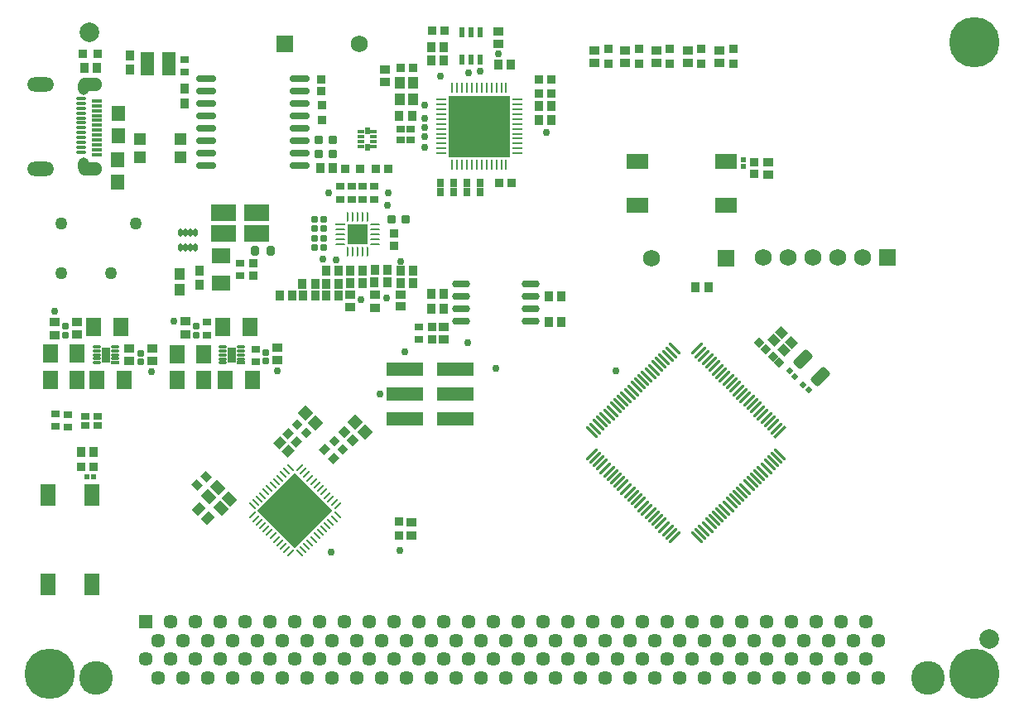
<source format=gts>
G04*
G04 #@! TF.GenerationSoftware,Altium Limited,Altium Designer,23.5.1 (21)*
G04*
G04 Layer_Color=8388736*
%FSLAX43Y43*%
%MOMM*%
G71*
G04*
G04 #@! TF.SameCoordinates,091AA0F9-E177-443C-B5AA-68A9A74CA1F2*
G04*
G04*
G04 #@! TF.FilePolarity,Negative*
G04*
G01*
G75*
%ADD32R,0.807X0.858*%
%ADD36R,0.600X1.100*%
%ADD38R,1.044X0.242*%
G04:AMPARAMS|DCode=39|XSize=1.044mm|YSize=0.242mm|CornerRadius=0.121mm|HoleSize=0mm|Usage=FLASHONLY|Rotation=0.000|XOffset=0mm|YOffset=0mm|HoleType=Round|Shape=RoundedRectangle|*
%AMROUNDEDRECTD39*
21,1,1.044,0.000,0,0,0.0*
21,1,0.801,0.242,0,0,0.0*
1,1,0.242,0.401,0.000*
1,1,0.242,-0.401,0.000*
1,1,0.242,-0.401,0.000*
1,1,0.242,0.401,0.000*
%
%ADD39ROUNDEDRECTD39*%
G04:AMPARAMS|DCode=40|XSize=0.242mm|YSize=1.044mm|CornerRadius=0.121mm|HoleSize=0mm|Usage=FLASHONLY|Rotation=0.000|XOffset=0mm|YOffset=0mm|HoleType=Round|Shape=RoundedRectangle|*
%AMROUNDEDRECTD40*
21,1,0.242,0.801,0,0,0.0*
21,1,0.000,1.044,0,0,0.0*
1,1,0.242,0.000,-0.401*
1,1,0.242,0.000,-0.401*
1,1,0.242,0.000,0.401*
1,1,0.242,0.000,0.401*
%
%ADD40ROUNDEDRECTD40*%
%ADD47R,0.858X0.807*%
%ADD49R,0.812X0.758*%
%ADD50R,0.958X0.912*%
%ADD54R,2.606X1.703*%
%ADD55R,1.004X0.239*%
G04:AMPARAMS|DCode=56|XSize=1.004mm|YSize=0.239mm|CornerRadius=0.12mm|HoleSize=0mm|Usage=FLASHONLY|Rotation=0.000|XOffset=0mm|YOffset=0mm|HoleType=Round|Shape=RoundedRectangle|*
%AMROUNDEDRECTD56*
21,1,1.004,0.000,0,0,0.0*
21,1,0.765,0.239,0,0,0.0*
1,1,0.239,0.382,0.000*
1,1,0.239,-0.382,0.000*
1,1,0.239,-0.382,0.000*
1,1,0.239,0.382,0.000*
%
%ADD56ROUNDEDRECTD56*%
G04:AMPARAMS|DCode=57|XSize=0.239mm|YSize=1.004mm|CornerRadius=0.12mm|HoleSize=0mm|Usage=FLASHONLY|Rotation=0.000|XOffset=0mm|YOffset=0mm|HoleType=Round|Shape=RoundedRectangle|*
%AMROUNDEDRECTD57*
21,1,0.239,0.765,0,0,0.0*
21,1,0.000,1.004,0,0,0.0*
1,1,0.239,0.000,-0.382*
1,1,0.239,0.000,-0.382*
1,1,0.239,0.000,0.382*
1,1,0.239,0.000,0.382*
%
%ADD57ROUNDEDRECTD57*%
%ADD58R,0.912X0.958*%
G04:AMPARAMS|DCode=60|XSize=0.252mm|YSize=1.655mm|CornerRadius=0.126mm|HoleSize=0mm|Usage=FLASHONLY|Rotation=225.000|XOffset=0mm|YOffset=0mm|HoleType=Round|Shape=RoundedRectangle|*
%AMROUNDEDRECTD60*
21,1,0.252,1.403,0,0,225.0*
21,1,0.000,1.655,0,0,225.0*
1,1,0.252,-0.496,0.496*
1,1,0.252,-0.496,0.496*
1,1,0.252,0.496,-0.496*
1,1,0.252,0.496,-0.496*
%
%ADD60ROUNDEDRECTD60*%
G04:AMPARAMS|DCode=61|XSize=1.655mm|YSize=0.252mm|CornerRadius=0mm|HoleSize=0mm|Usage=FLASHONLY|Rotation=225.000|XOffset=0mm|YOffset=0mm|HoleType=Round|Shape=Rectangle|*
%AMROTATEDRECTD61*
4,1,4,0.496,0.674,0.674,0.496,-0.496,-0.674,-0.674,-0.496,0.496,0.674,0.0*
%
%ADD61ROTATEDRECTD61*%

G04:AMPARAMS|DCode=62|XSize=1.655mm|YSize=0.252mm|CornerRadius=0.126mm|HoleSize=0mm|Usage=FLASHONLY|Rotation=225.000|XOffset=0mm|YOffset=0mm|HoleType=Round|Shape=RoundedRectangle|*
%AMROUNDEDRECTD62*
21,1,1.655,0.000,0,0,225.0*
21,1,1.403,0.252,0,0,225.0*
1,1,0.252,-0.496,-0.496*
1,1,0.252,0.496,0.496*
1,1,0.252,0.496,0.496*
1,1,0.252,-0.496,-0.496*
%
%ADD62ROUNDEDRECTD62*%
G04:AMPARAMS|DCode=65|XSize=0.905mm|YSize=0.906mm|CornerRadius=0mm|HoleSize=0mm|Usage=FLASHONLY|Rotation=135.000|XOffset=0mm|YOffset=0mm|HoleType=Round|Shape=Rectangle|*
%AMROTATEDRECTD65*
4,1,4,0.640,0.000,-0.000,-0.640,-0.640,-0.000,0.000,0.640,0.640,0.000,0.0*
%
%ADD65ROTATEDRECTD65*%

G04:AMPARAMS|DCode=66|XSize=0.758mm|YSize=0.812mm|CornerRadius=0mm|HoleSize=0mm|Usage=FLASHONLY|Rotation=135.000|XOffset=0mm|YOffset=0mm|HoleType=Round|Shape=Rectangle|*
%AMROTATEDRECTD66*
4,1,4,0.555,0.019,-0.019,-0.555,-0.555,-0.019,0.019,0.555,0.555,0.019,0.0*
%
%ADD66ROTATEDRECTD66*%

G04:AMPARAMS|DCode=67|XSize=0.807mm|YSize=0.858mm|CornerRadius=0mm|HoleSize=0mm|Usage=FLASHONLY|Rotation=135.000|XOffset=0mm|YOffset=0mm|HoleType=Round|Shape=Rectangle|*
%AMROTATEDRECTD67*
4,1,4,0.589,0.018,-0.018,-0.589,-0.589,-0.018,0.018,0.589,0.589,0.018,0.0*
%
%ADD67ROTATEDRECTD67*%

G04:AMPARAMS|DCode=70|XSize=0.192mm|YSize=0.908mm|CornerRadius=0.096mm|HoleSize=0mm|Usage=FLASHONLY|Rotation=135.000|XOffset=0mm|YOffset=0mm|HoleType=Round|Shape=RoundedRectangle|*
%AMROUNDEDRECTD70*
21,1,0.192,0.715,0,0,135.0*
21,1,0.000,0.908,0,0,135.0*
1,1,0.192,0.253,0.253*
1,1,0.192,0.253,0.253*
1,1,0.192,-0.253,-0.253*
1,1,0.192,-0.253,-0.253*
%
%ADD70ROUNDEDRECTD70*%
G04:AMPARAMS|DCode=71|XSize=0.908mm|YSize=0.192mm|CornerRadius=0.096mm|HoleSize=0mm|Usage=FLASHONLY|Rotation=135.000|XOffset=0mm|YOffset=0mm|HoleType=Round|Shape=RoundedRectangle|*
%AMROUNDEDRECTD71*
21,1,0.908,0.000,0,0,135.0*
21,1,0.715,0.192,0,0,135.0*
1,1,0.192,-0.253,0.253*
1,1,0.192,0.253,-0.253*
1,1,0.192,0.253,-0.253*
1,1,0.192,-0.253,0.253*
%
%ADD71ROUNDEDRECTD71*%
G04:AMPARAMS|DCode=72|XSize=0.908mm|YSize=0.192mm|CornerRadius=0mm|HoleSize=0mm|Usage=FLASHONLY|Rotation=135.000|XOffset=0mm|YOffset=0mm|HoleType=Round|Shape=Rectangle|*
%AMROTATEDRECTD72*
4,1,4,0.389,-0.253,0.253,-0.389,-0.389,0.253,-0.253,0.389,0.389,-0.253,0.0*
%
%ADD72ROTATEDRECTD72*%

G04:AMPARAMS|DCode=74|XSize=0.807mm|YSize=0.858mm|CornerRadius=0mm|HoleSize=0mm|Usage=FLASHONLY|Rotation=45.000|XOffset=0mm|YOffset=0mm|HoleType=Round|Shape=Rectangle|*
%AMROTATEDRECTD74*
4,1,4,0.018,-0.589,-0.589,0.018,-0.018,0.589,0.589,-0.018,0.018,-0.589,0.0*
%
%ADD74ROTATEDRECTD74*%

%ADD81R,0.958X1.007*%
%ADD82R,1.058X1.206*%
%ADD90P,0.735X4X180.0*%
%ADD98R,0.950X0.350*%
%ADD99O,0.950X0.350*%
%ADD100R,0.840X1.650*%
%ADD101R,0.500X0.780*%
%ADD102R,0.680X0.450*%
%ADD103R,0.680X0.400*%
%ADD104R,1.050X1.250*%
%ADD105R,6.250X6.250*%
%ADD106C,0.750*%
%ADD107R,0.950X1.100*%
%ADD108R,1.100X0.950*%
%ADD109R,0.850X0.800*%
%ADD110R,0.950X0.750*%
%ADD111R,1.000X0.850*%
G04:AMPARAMS|DCode=112|XSize=0.91mm|YSize=0.81mm|CornerRadius=0.158mm|HoleSize=0mm|Usage=FLASHONLY|Rotation=90.000|XOffset=0mm|YOffset=0mm|HoleType=Round|Shape=RoundedRectangle|*
%AMROUNDEDRECTD112*
21,1,0.910,0.495,0,0,90.0*
21,1,0.595,0.810,0,0,90.0*
1,1,0.315,0.248,0.297*
1,1,0.315,0.248,-0.297*
1,1,0.315,-0.248,-0.297*
1,1,0.315,-0.248,0.297*
%
%ADD112ROUNDEDRECTD112*%
%ADD113R,1.000X0.900*%
G04:AMPARAMS|DCode=114|XSize=0.7mm|YSize=0.65mm|CornerRadius=0.138mm|HoleSize=0mm|Usage=FLASHONLY|Rotation=0.000|XOffset=0mm|YOffset=0mm|HoleType=Round|Shape=RoundedRectangle|*
%AMROUNDEDRECTD114*
21,1,0.700,0.375,0,0,0.0*
21,1,0.425,0.650,0,0,0.0*
1,1,0.275,0.213,-0.188*
1,1,0.275,-0.213,-0.188*
1,1,0.275,-0.213,0.188*
1,1,0.275,0.213,0.188*
%
%ADD114ROUNDEDRECTD114*%
%ADD115R,1.500X1.950*%
%ADD116R,0.900X1.000*%
%ADD117R,2.032X2.032*%
%ADD118O,1.850X0.750*%
%ADD119R,3.710X1.420*%
%ADD120P,1.556X4X270.0*%
G04:AMPARAMS|DCode=121|XSize=1mm|YSize=0.9mm|CornerRadius=0mm|HoleSize=0mm|Usage=FLASHONLY|Rotation=45.000|XOffset=0mm|YOffset=0mm|HoleType=Round|Shape=Rectangle|*
%AMROTATEDRECTD121*
4,1,4,-0.035,-0.672,-0.672,-0.035,0.035,0.672,0.672,0.035,-0.035,-0.672,0.0*
%
%ADD121ROTATEDRECTD121*%

%ADD122R,0.950X0.950*%
%ADD123P,7.778X4X180.0*%
G04:AMPARAMS|DCode=124|XSize=1.25mm|YSize=1.05mm|CornerRadius=0mm|HoleSize=0mm|Usage=FLASHONLY|Rotation=315.000|XOffset=0mm|YOffset=0mm|HoleType=Round|Shape=Rectangle|*
%AMROTATEDRECTD124*
4,1,4,-0.813,0.071,-0.071,0.813,0.813,-0.071,0.071,-0.813,-0.813,0.071,0.0*
%
%ADD124ROTATEDRECTD124*%

G04:AMPARAMS|DCode=125|XSize=1.1mm|YSize=0.95mm|CornerRadius=0mm|HoleSize=0mm|Usage=FLASHONLY|Rotation=225.000|XOffset=0mm|YOffset=0mm|HoleType=Round|Shape=Rectangle|*
%AMROTATEDRECTD125*
4,1,4,0.053,0.725,0.725,0.053,-0.053,-0.725,-0.725,-0.053,0.053,0.725,0.0*
%
%ADD125ROTATEDRECTD125*%

%ADD126R,0.600X0.550*%
%ADD127R,1.550X2.250*%
G04:AMPARAMS|DCode=128|XSize=0.7mm|YSize=0.65mm|CornerRadius=0.138mm|HoleSize=0mm|Usage=FLASHONLY|Rotation=270.000|XOffset=0mm|YOffset=0mm|HoleType=Round|Shape=RoundedRectangle|*
%AMROUNDEDRECTD128*
21,1,0.700,0.375,0,0,270.0*
21,1,0.425,0.650,0,0,270.0*
1,1,0.275,-0.188,-0.213*
1,1,0.275,-0.188,0.213*
1,1,0.275,0.188,0.213*
1,1,0.275,0.188,-0.213*
%
%ADD128ROUNDEDRECTD128*%
G04:AMPARAMS|DCode=129|XSize=0.95mm|YSize=0.9mm|CornerRadius=0.169mm|HoleSize=0mm|Usage=FLASHONLY|Rotation=90.000|XOffset=0mm|YOffset=0mm|HoleType=Round|Shape=RoundedRectangle|*
%AMROUNDEDRECTD129*
21,1,0.950,0.563,0,0,90.0*
21,1,0.613,0.900,0,0,90.0*
1,1,0.338,0.281,0.306*
1,1,0.338,0.281,-0.306*
1,1,0.338,-0.281,-0.306*
1,1,0.338,-0.281,0.306*
%
%ADD129ROUNDEDRECTD129*%
%ADD130R,1.950X1.500*%
G04:AMPARAMS|DCode=131|XSize=0.82mm|YSize=0.45mm|CornerRadius=0.15mm|HoleSize=0mm|Usage=FLASHONLY|Rotation=270.000|XOffset=0mm|YOffset=0mm|HoleType=Round|Shape=RoundedRectangle|*
%AMROUNDEDRECTD131*
21,1,0.820,0.150,0,0,270.0*
21,1,0.520,0.450,0,0,270.0*
1,1,0.300,-0.075,-0.260*
1,1,0.300,-0.075,0.260*
1,1,0.300,0.075,0.260*
1,1,0.300,0.075,-0.260*
%
%ADD131ROUNDEDRECTD131*%
%ADD132R,1.450X1.550*%
%ADD133R,1.380X2.370*%
%ADD134O,2.050X0.750*%
%ADD135R,0.950X0.950*%
%ADD136C,2.000*%
%ADD137R,1.250X1.150*%
%ADD138R,0.800X0.850*%
G04:AMPARAMS|DCode=139|XSize=1.15mm|YSize=1.95mm|CornerRadius=0.175mm|HoleSize=0mm|Usage=FLASHONLY|Rotation=135.000|XOffset=0mm|YOffset=0mm|HoleType=Round|Shape=RoundedRectangle|*
%AMROUNDEDRECTD139*
21,1,1.150,1.600,0,0,135.0*
21,1,0.800,1.950,0,0,135.0*
1,1,0.350,0.283,0.849*
1,1,0.350,0.849,0.283*
1,1,0.350,-0.283,-0.849*
1,1,0.350,-0.849,-0.283*
%
%ADD139ROUNDEDRECTD139*%
G04:AMPARAMS|DCode=140|XSize=0.77mm|YSize=0.81mm|CornerRadius=0mm|HoleSize=0mm|Usage=FLASHONLY|Rotation=225.000|XOffset=0mm|YOffset=0mm|HoleType=Round|Shape=Rectangle|*
%AMROTATEDRECTD140*
4,1,4,-0.014,0.559,0.559,-0.014,0.014,-0.559,-0.559,0.014,-0.014,0.559,0.0*
%
%ADD140ROTATEDRECTD140*%

G04:AMPARAMS|DCode=141|XSize=0.95mm|YSize=1.05mm|CornerRadius=0.155mm|HoleSize=0mm|Usage=FLASHONLY|Rotation=225.000|XOffset=0mm|YOffset=0mm|HoleType=Round|Shape=RoundedRectangle|*
%AMROUNDEDRECTD141*
21,1,0.950,0.740,0,0,225.0*
21,1,0.640,1.050,0,0,225.0*
1,1,0.310,-0.488,0.035*
1,1,0.310,-0.035,0.488*
1,1,0.310,0.488,-0.035*
1,1,0.310,0.035,-0.488*
%
%ADD141ROUNDEDRECTD141*%
%ADD142R,0.550X0.600*%
%ADD143R,2.250X1.550*%
G04:AMPARAMS|DCode=144|XSize=0.42mm|YSize=1.05mm|CornerRadius=0.109mm|HoleSize=0mm|Usage=FLASHONLY|Rotation=270.000|XOffset=0mm|YOffset=0mm|HoleType=Round|Shape=RoundedRectangle|*
%AMROUNDEDRECTD144*
21,1,0.420,0.832,0,0,270.0*
21,1,0.203,1.050,0,0,270.0*
1,1,0.217,-0.416,-0.101*
1,1,0.217,-0.416,0.101*
1,1,0.217,0.416,0.101*
1,1,0.217,0.416,-0.101*
%
%ADD144ROUNDEDRECTD144*%
G04:AMPARAMS|DCode=145|XSize=0.42mm|YSize=0.95mm|CornerRadius=0.109mm|HoleSize=0mm|Usage=FLASHONLY|Rotation=270.000|XOffset=0mm|YOffset=0mm|HoleType=Round|Shape=RoundedRectangle|*
%AMROUNDEDRECTD145*
21,1,0.420,0.733,0,0,270.0*
21,1,0.203,0.950,0,0,270.0*
1,1,0.217,-0.366,-0.101*
1,1,0.217,-0.366,0.101*
1,1,0.217,0.366,0.101*
1,1,0.217,0.366,-0.101*
%
%ADD145ROUNDEDRECTD145*%
%ADD146C,5.150*%
%ADD147C,3.450*%
%ADD148C,1.450*%
%ADD149R,1.450X1.450*%
%ADD150C,1.270*%
%ADD151C,0.150*%
%ADD152C,1.730*%
%ADD153R,1.730X1.730*%
%ADD154C,1.750*%
%ADD155R,1.750X1.750*%
%ADD156O,2.450X1.350*%
%ADD157O,1.150X1.650*%
%ADD158O,2.750X1.450*%
D32*
X36074Y54375D02*
D03*
X37326D02*
D03*
X43076Y68525D02*
D03*
X41824D02*
D03*
X39851Y64703D02*
D03*
X38599D02*
D03*
X5924Y23900D02*
D03*
X7176D02*
D03*
X48674Y52875D02*
D03*
X49926D02*
D03*
X52774Y63454D02*
D03*
X54026D02*
D03*
X52774Y62054D02*
D03*
X54026D02*
D03*
D36*
X44850Y65525D02*
D03*
X45800D02*
D03*
X46750D02*
D03*
X46750Y68325D02*
D03*
X45800Y68325D02*
D03*
X44850Y68325D02*
D03*
D38*
X42737Y61440D02*
D03*
D39*
Y60940D02*
D03*
Y60440D02*
D03*
Y59940D02*
D03*
Y59440D02*
D03*
Y58940D02*
D03*
Y58440D02*
D03*
Y57940D02*
D03*
Y57440D02*
D03*
Y56940D02*
D03*
Y56440D02*
D03*
Y55940D02*
D03*
X50564D02*
D03*
Y56440D02*
D03*
Y56940D02*
D03*
Y57440D02*
D03*
Y57940D02*
D03*
Y58440D02*
D03*
Y58940D02*
D03*
Y59440D02*
D03*
Y59940D02*
D03*
Y60440D02*
D03*
Y60940D02*
D03*
Y61440D02*
D03*
D40*
X43900Y54777D02*
D03*
X44400D02*
D03*
X44900D02*
D03*
X45400D02*
D03*
X45900D02*
D03*
X46400D02*
D03*
X46900D02*
D03*
X47400D02*
D03*
X47900D02*
D03*
X48400D02*
D03*
X48900D02*
D03*
X49400D02*
D03*
Y62604D02*
D03*
X48900D02*
D03*
X48400D02*
D03*
X47900D02*
D03*
X47400D02*
D03*
X46900D02*
D03*
X46400D02*
D03*
X45900D02*
D03*
X45400D02*
D03*
X44900D02*
D03*
X44400D02*
D03*
X43900D02*
D03*
D47*
X41791Y36887D02*
D03*
Y38139D02*
D03*
X37950Y46448D02*
D03*
X37950Y47700D02*
D03*
X30500Y62275D02*
D03*
Y63527D02*
D03*
X23525Y43399D02*
D03*
Y44651D02*
D03*
X74746Y53805D02*
D03*
Y55057D02*
D03*
D49*
X40465Y38140D02*
D03*
X40465Y36886D02*
D03*
X3300Y28023D02*
D03*
Y29277D02*
D03*
X22150Y43398D02*
D03*
Y44652D02*
D03*
X16500Y64273D02*
D03*
Y65527D02*
D03*
D50*
X34432Y54378D02*
D03*
X32978D02*
D03*
D54*
X23850Y49851D02*
D03*
X23850Y47749D02*
D03*
X20505Y49843D02*
D03*
Y47742D02*
D03*
D55*
X32448Y48675D02*
D03*
D56*
Y48175D02*
D03*
X32448Y47675D02*
D03*
X32448Y47175D02*
D03*
X32448Y46675D02*
D03*
X36002D02*
D03*
Y47175D02*
D03*
Y47675D02*
D03*
X36002Y48175D02*
D03*
Y48675D02*
D03*
D57*
X33225Y45898D02*
D03*
X33725D02*
D03*
X34225D02*
D03*
X34725D02*
D03*
X35225D02*
D03*
Y49452D02*
D03*
X34725D02*
D03*
X34225Y49452D02*
D03*
X33725D02*
D03*
X33225Y49452D02*
D03*
D58*
X30527Y59379D02*
D03*
Y60833D02*
D03*
D60*
X76701Y24440D02*
D03*
X75994Y23733D02*
D03*
X75287Y23025D02*
D03*
X74933Y22672D02*
D03*
X74579Y22318D02*
D03*
X71751Y19490D02*
D03*
X72105Y19843D02*
D03*
X72458Y20197D02*
D03*
X72812Y20551D02*
D03*
X73165Y20904D02*
D03*
X73519Y21258D02*
D03*
X74226Y21965D02*
D03*
X76347Y24086D02*
D03*
X69630Y17369D02*
D03*
X69983Y17722D02*
D03*
X70337Y18076D02*
D03*
X70690Y18429D02*
D03*
X71044Y18783D02*
D03*
X71397Y19136D02*
D03*
X66624Y35931D02*
D03*
X66270Y35577D02*
D03*
X65917Y35224D02*
D03*
X65563Y34870D02*
D03*
X65210Y34517D02*
D03*
X64856Y34163D02*
D03*
X64503Y33809D02*
D03*
X64149Y33456D02*
D03*
X63795Y33102D02*
D03*
X63442Y32749D02*
D03*
X63088Y32395D02*
D03*
X62735Y32042D02*
D03*
X62381Y31688D02*
D03*
X62028Y31335D02*
D03*
X61674Y30981D02*
D03*
X61321Y30627D02*
D03*
X60967Y30274D02*
D03*
X60613Y29920D02*
D03*
X60260Y29567D02*
D03*
X59906Y29213D02*
D03*
X59553Y28860D02*
D03*
X59199Y28506D02*
D03*
X58846Y28153D02*
D03*
X58492Y27799D02*
D03*
X58139Y27446D02*
D03*
X68923Y16661D02*
D03*
X69276Y17015D02*
D03*
X73872Y21611D02*
D03*
X75640Y23379D02*
D03*
X77054Y24793D02*
D03*
X77408Y25147D02*
D03*
D61*
X77408Y27446D02*
D03*
D62*
X77054Y27799D02*
D03*
X76701Y28153D02*
D03*
X76347Y28506D02*
D03*
X75994Y28860D02*
D03*
X75640Y29213D02*
D03*
X75287Y29567D02*
D03*
X74933Y29920D02*
D03*
X74579Y30274D02*
D03*
X74226Y30628D02*
D03*
X73872Y30981D02*
D03*
X73519Y31335D02*
D03*
X73165Y31688D02*
D03*
X72812Y32042D02*
D03*
X72458Y32395D02*
D03*
X72105Y32749D02*
D03*
X71751Y33102D02*
D03*
X71397Y33456D02*
D03*
X71044Y33809D02*
D03*
X70690Y34163D02*
D03*
X70337Y34517D02*
D03*
X69983Y34870D02*
D03*
X69630Y35224D02*
D03*
X69276Y35577D02*
D03*
X68923Y35931D02*
D03*
X58139Y25147D02*
D03*
X58492Y24793D02*
D03*
X58846Y24440D02*
D03*
X59199Y24086D02*
D03*
X59553Y23733D02*
D03*
X59906Y23379D02*
D03*
X60260Y23025D02*
D03*
X60613Y22672D02*
D03*
X60967Y22318D02*
D03*
X61321Y21965D02*
D03*
X61674Y21611D02*
D03*
X62028Y21258D02*
D03*
X62381Y20904D02*
D03*
X62735Y20551D02*
D03*
X63088Y20197D02*
D03*
X63442Y19843D02*
D03*
X63795Y19490D02*
D03*
X64149Y19136D02*
D03*
X64503Y18783D02*
D03*
X64856Y18429D02*
D03*
X65210Y18076D02*
D03*
X65563Y17722D02*
D03*
X65917Y17369D02*
D03*
X66270Y17015D02*
D03*
X66624Y16661D02*
D03*
D65*
X32813Y27425D02*
D03*
X33662Y26575D02*
D03*
D66*
X31804Y26524D02*
D03*
X32691Y25637D02*
D03*
X28918Y27332D02*
D03*
X28032Y28218D02*
D03*
D67*
X30850Y25604D02*
D03*
X31735Y24719D02*
D03*
X27968Y26382D02*
D03*
X27082Y27268D02*
D03*
D70*
X27308Y15036D02*
D03*
X26955Y15390D02*
D03*
X26601Y15743D02*
D03*
X26248Y16097D02*
D03*
X25894Y16450D02*
D03*
X25540Y16804D02*
D03*
X25187Y17157D02*
D03*
X24833Y17511D02*
D03*
X24480Y17864D02*
D03*
X24126Y18218D02*
D03*
X23773Y18572D02*
D03*
X23419Y18925D02*
D03*
X28263Y23769D02*
D03*
X28617Y23416D02*
D03*
X28970Y23062D02*
D03*
X29324Y22708D02*
D03*
X29677Y22355D02*
D03*
X30031Y22001D02*
D03*
X30384Y21648D02*
D03*
X30738Y21294D02*
D03*
X31091Y20941D02*
D03*
X31445Y20587D02*
D03*
X31799Y20233D02*
D03*
X32152Y19880D02*
D03*
D71*
X23419Y19880D02*
D03*
X23773Y20233D02*
D03*
X24126Y20587D02*
D03*
X24480Y20941D02*
D03*
X24833Y21294D02*
D03*
X25187Y21648D02*
D03*
X25540Y22001D02*
D03*
X25894Y22355D02*
D03*
X26248Y22708D02*
D03*
X26601Y23062D02*
D03*
X26955Y23415D02*
D03*
X27308Y23769D02*
D03*
X32152Y18925D02*
D03*
X31799Y18572D02*
D03*
X31445Y18218D02*
D03*
X31091Y17864D02*
D03*
X30738Y17511D02*
D03*
X30384Y17157D02*
D03*
X30031Y16804D02*
D03*
X29677Y16450D02*
D03*
X29324Y16097D02*
D03*
X28970Y15743D02*
D03*
X28617Y15390D02*
D03*
D72*
X28263Y15036D02*
D03*
D74*
X18681Y22882D02*
D03*
X17796Y21996D02*
D03*
D81*
X18075Y42475D02*
D03*
Y43927D02*
D03*
X16500Y62526D02*
D03*
Y61074D02*
D03*
X10900Y65926D02*
D03*
Y64474D02*
D03*
D82*
X15975Y43627D02*
D03*
X15975Y41975D02*
D03*
D90*
X79776Y32284D02*
D03*
X80341Y31718D02*
D03*
X78927Y33132D02*
D03*
X78361Y33698D02*
D03*
D98*
X22296Y34500D02*
D03*
X9400Y34525D02*
D03*
D99*
X22296Y34900D02*
D03*
Y35300D02*
D03*
Y35700D02*
D03*
Y36100D02*
D03*
X20396Y34500D02*
D03*
Y34900D02*
D03*
Y35300D02*
D03*
Y35700D02*
D03*
Y36100D02*
D03*
X7500Y36125D02*
D03*
Y35725D02*
D03*
Y35325D02*
D03*
Y34925D02*
D03*
Y34525D02*
D03*
X9400Y36125D02*
D03*
Y35725D02*
D03*
Y35325D02*
D03*
Y34925D02*
D03*
D100*
X21346Y35300D02*
D03*
X8450Y35325D02*
D03*
D101*
X35200Y56535D02*
D03*
Y58215D02*
D03*
D102*
X34560Y56625D02*
D03*
Y58125D02*
D03*
X35840D02*
D03*
Y56625D02*
D03*
D103*
X34560Y57125D02*
D03*
Y57625D02*
D03*
X35840D02*
D03*
Y57125D02*
D03*
D104*
X39839Y63152D02*
D03*
Y61452D02*
D03*
X38539Y63152D02*
D03*
Y61452D02*
D03*
D105*
X46650Y58691D02*
D03*
D106*
X42650Y63850D02*
D03*
X41031Y58593D02*
D03*
X41035Y57609D02*
D03*
X41025Y59525D02*
D03*
X41050Y56550D02*
D03*
Y60850D02*
D03*
X3200Y39800D02*
D03*
X15375Y38725D02*
D03*
X32000Y45000D02*
D03*
X13150Y33575D02*
D03*
X38571Y44900D02*
D03*
X37200Y41100D02*
D03*
X34585Y40998D02*
D03*
X30651Y45151D02*
D03*
X37350Y51900D02*
D03*
X37225Y50625D02*
D03*
X31225Y51850D02*
D03*
X26000Y33675D02*
D03*
X45471Y36571D02*
D03*
X48350Y33900D02*
D03*
X39001Y35624D02*
D03*
X36475Y31325D02*
D03*
X38487Y15312D02*
D03*
X31475Y15125D02*
D03*
X45525Y64150D02*
D03*
X46750Y64361D02*
D03*
X48575Y66094D02*
D03*
X53475Y58050D02*
D03*
X60650Y33725D02*
D03*
D107*
X41724Y39995D02*
D03*
X43024D02*
D03*
X41724Y41546D02*
D03*
X43024Y41546D02*
D03*
X43050Y65403D02*
D03*
X41750D02*
D03*
X38464Y59797D02*
D03*
X39764D02*
D03*
X30975Y42600D02*
D03*
X32275D02*
D03*
X39871Y42698D02*
D03*
X38571Y42698D02*
D03*
X35939Y42743D02*
D03*
X37239D02*
D03*
X33450Y42673D02*
D03*
X34750D02*
D03*
X32275Y43950D02*
D03*
X30975Y43950D02*
D03*
X29871Y42586D02*
D03*
X28571Y42586D02*
D03*
X30381Y54393D02*
D03*
X31681D02*
D03*
X55056Y41270D02*
D03*
X53756Y41270D02*
D03*
X55056Y38724D02*
D03*
X53756D02*
D03*
X5900Y25350D02*
D03*
X7200D02*
D03*
X7525Y64700D02*
D03*
X6225D02*
D03*
X41750Y66800D02*
D03*
X43050D02*
D03*
X48600Y64975D02*
D03*
X49900D02*
D03*
X54026Y59304D02*
D03*
X52726D02*
D03*
X70075Y42250D02*
D03*
X68775D02*
D03*
D108*
X37014Y63213D02*
D03*
Y64513D02*
D03*
X5465Y38675D02*
D03*
Y37375D02*
D03*
X16600Y38750D02*
D03*
X16600Y37450D02*
D03*
X10850Y35975D02*
D03*
Y34675D02*
D03*
X13250Y34675D02*
D03*
Y35975D02*
D03*
X26000Y34750D02*
D03*
Y36050D02*
D03*
X35975Y41450D02*
D03*
X35975Y40150D02*
D03*
X39675Y18175D02*
D03*
Y16875D02*
D03*
X3200Y38650D02*
D03*
Y37350D02*
D03*
X48575Y68400D02*
D03*
X48575Y67100D02*
D03*
X67997Y65188D02*
D03*
Y66488D02*
D03*
X64747Y65188D02*
D03*
Y66488D02*
D03*
X61596Y65188D02*
D03*
Y66488D02*
D03*
X58446D02*
D03*
Y65188D02*
D03*
X71248D02*
D03*
Y66488D02*
D03*
X76200Y53750D02*
D03*
Y55050D02*
D03*
D109*
X38639Y58447D02*
D03*
X39589D02*
D03*
X38650Y57300D02*
D03*
X39600D02*
D03*
D110*
X18821Y38643D02*
D03*
Y37343D02*
D03*
X23776Y34624D02*
D03*
Y35924D02*
D03*
X33575Y51225D02*
D03*
X33575Y52525D02*
D03*
X34725Y51225D02*
D03*
Y52525D02*
D03*
X35876Y51225D02*
D03*
Y52525D02*
D03*
X32425Y51225D02*
D03*
Y52525D02*
D03*
X7650Y28075D02*
D03*
X6350D02*
D03*
X7650Y29025D02*
D03*
X6350D02*
D03*
X4600Y27925D02*
D03*
Y29225D02*
D03*
D111*
X38575Y41500D02*
D03*
Y40250D02*
D03*
X33475Y41475D02*
D03*
Y40225D02*
D03*
D112*
X39100Y49200D02*
D03*
X37700D02*
D03*
X30254Y55895D02*
D03*
X31654D02*
D03*
X30254Y57295D02*
D03*
X31654D02*
D03*
D113*
X43041Y38138D02*
D03*
Y36888D02*
D03*
D114*
X4300Y38250D02*
D03*
Y37350D02*
D03*
X17700Y38250D02*
D03*
Y37350D02*
D03*
X12050Y34599D02*
D03*
Y35499D02*
D03*
X24826Y34674D02*
D03*
Y35574D02*
D03*
D115*
X9975Y38200D02*
D03*
X7225D02*
D03*
X18476Y35419D02*
D03*
X15726D02*
D03*
X10325Y32725D02*
D03*
X7575D02*
D03*
X18476Y32719D02*
D03*
X15726D02*
D03*
X23420D02*
D03*
X20671D02*
D03*
X23175Y38200D02*
D03*
X20425D02*
D03*
X2775Y32725D02*
D03*
X5525D02*
D03*
X2775Y35425D02*
D03*
X5525D02*
D03*
D116*
X31000Y41350D02*
D03*
X32250Y41350D02*
D03*
X38600Y43971D02*
D03*
X39850D02*
D03*
X35975Y43978D02*
D03*
X37225D02*
D03*
X33475Y43908D02*
D03*
X34725D02*
D03*
X28600Y41350D02*
D03*
X29850D02*
D03*
X26275Y41350D02*
D03*
X27525D02*
D03*
X52751Y60754D02*
D03*
X54001D02*
D03*
D117*
X34225Y47675D02*
D03*
D118*
X44824Y42550D02*
D03*
X44824Y41280D02*
D03*
Y40010D02*
D03*
Y38740D02*
D03*
X51924Y42550D02*
D03*
Y41280D02*
D03*
Y40010D02*
D03*
X51924Y38740D02*
D03*
D119*
X44205Y28760D02*
D03*
X38995D02*
D03*
X44205Y31300D02*
D03*
X38995Y31300D02*
D03*
X44205Y33840D02*
D03*
X38995D02*
D03*
D120*
X34963Y27387D02*
D03*
X33937Y28413D02*
D03*
X29888Y28337D02*
D03*
X28862Y29363D02*
D03*
D121*
X26208Y26342D02*
D03*
X27092Y25458D02*
D03*
D122*
X38475Y18300D02*
D03*
Y16800D02*
D03*
X66122Y65088D02*
D03*
Y66588D02*
D03*
X62971Y65088D02*
D03*
Y66588D02*
D03*
X59821Y65088D02*
D03*
Y66588D02*
D03*
X69372Y65088D02*
D03*
Y66588D02*
D03*
X72623Y65088D02*
D03*
Y66588D02*
D03*
D123*
X27786Y19403D02*
D03*
D124*
X19918Y21750D02*
D03*
X21120Y20547D02*
D03*
X18999Y20830D02*
D03*
X20201Y19628D02*
D03*
D125*
X18893Y18638D02*
D03*
X17974Y19558D02*
D03*
D126*
X6550Y22825D02*
D03*
X7200D02*
D03*
D127*
X2550Y11857D02*
D03*
X7050D02*
D03*
Y20957D02*
D03*
X2550D02*
D03*
D128*
X29800Y46324D02*
D03*
X30700D02*
D03*
X29800Y47275D02*
D03*
X30700Y47275D02*
D03*
X29800Y48225D02*
D03*
X30700D02*
D03*
X29803Y49175D02*
D03*
X30703D02*
D03*
D129*
X25275Y45950D02*
D03*
X23675D02*
D03*
D130*
X20275Y45450D02*
D03*
X20275Y42700D02*
D03*
D131*
X17625Y47800D02*
D03*
X17125D02*
D03*
X16625Y47800D02*
D03*
X16125D02*
D03*
X17625Y46320D02*
D03*
X17125Y46320D02*
D03*
X16625Y46320D02*
D03*
X16125D02*
D03*
D132*
X9700Y57725D02*
D03*
Y60025D02*
D03*
X9675Y55250D02*
D03*
Y52950D02*
D03*
D133*
X12715Y65100D02*
D03*
X14885D02*
D03*
D134*
X18750Y63545D02*
D03*
Y62275D02*
D03*
Y61005D02*
D03*
Y59735D02*
D03*
Y58465D02*
D03*
Y57195D02*
D03*
Y55925D02*
D03*
Y54655D02*
D03*
X28250Y63545D02*
D03*
Y62275D02*
D03*
Y61005D02*
D03*
Y59735D02*
D03*
Y58465D02*
D03*
Y57195D02*
D03*
Y55925D02*
D03*
Y54655D02*
D03*
D135*
X7625Y66104D02*
D03*
X6125D02*
D03*
D136*
X6775Y68300D02*
D03*
X98800Y6275D02*
D03*
D137*
X11975Y55525D02*
D03*
X16075D02*
D03*
Y57425D02*
D03*
X11975D02*
D03*
D138*
X46752Y52905D02*
D03*
Y51955D02*
D03*
X45400Y52905D02*
D03*
Y51955D02*
D03*
X44048Y52905D02*
D03*
Y51955D02*
D03*
X42696D02*
D03*
Y52905D02*
D03*
D139*
X79741Y34859D02*
D03*
X81509Y33091D02*
D03*
D140*
X76685Y35164D02*
D03*
X77307Y34541D02*
D03*
X75928Y35920D02*
D03*
X75306Y36543D02*
D03*
D141*
X78581Y36604D02*
D03*
X77591Y37594D02*
D03*
X76813Y36817D02*
D03*
X77803Y35827D02*
D03*
D142*
X73695Y54606D02*
D03*
Y55256D02*
D03*
D143*
X71900Y50625D02*
D03*
Y55125D02*
D03*
X62800D02*
D03*
Y50625D02*
D03*
D144*
X7550Y55800D02*
D03*
Y56300D02*
D03*
Y56800D02*
D03*
Y57300D02*
D03*
Y57800D02*
D03*
Y58300D02*
D03*
Y58800D02*
D03*
Y59300D02*
D03*
Y59800D02*
D03*
Y60300D02*
D03*
Y60800D02*
D03*
Y61300D02*
D03*
D145*
X5950Y61550D02*
D03*
Y61050D02*
D03*
Y60550D02*
D03*
Y60050D02*
D03*
Y59550D02*
D03*
Y59050D02*
D03*
Y58550D02*
D03*
Y58050D02*
D03*
Y57550D02*
D03*
Y57050D02*
D03*
Y56550D02*
D03*
Y56050D02*
D03*
D146*
X97300Y67300D02*
D03*
X2700Y2700D02*
D03*
X97300Y2700D02*
D03*
D147*
X92510Y2285D02*
D03*
X7420D02*
D03*
D148*
X87430D02*
D03*
X86160Y4190D02*
D03*
X84890Y2285D02*
D03*
X83620Y4190D02*
D03*
X82350Y2285D02*
D03*
X81080Y4190D02*
D03*
X79810Y2285D02*
D03*
X78540Y4190D02*
D03*
X77270Y2285D02*
D03*
X76000Y4190D02*
D03*
X74730Y2285D02*
D03*
X73460Y4190D02*
D03*
X72190Y2285D02*
D03*
X70920Y4190D02*
D03*
X69650Y2285D02*
D03*
X68380Y4190D02*
D03*
X67110Y2285D02*
D03*
X65840Y4190D02*
D03*
X64570Y2285D02*
D03*
X63300Y4190D02*
D03*
X62030Y2285D02*
D03*
X60760Y4190D02*
D03*
X59490Y2285D02*
D03*
X58220Y4190D02*
D03*
X56950Y2285D02*
D03*
X55680Y4190D02*
D03*
X54410Y2285D02*
D03*
X53140Y4190D02*
D03*
X51870Y2285D02*
D03*
X50600Y4190D02*
D03*
X49330Y2285D02*
D03*
X48060Y4190D02*
D03*
X46790Y2285D02*
D03*
X45520Y4190D02*
D03*
X44250Y2285D02*
D03*
X42980Y4190D02*
D03*
X41710Y2285D02*
D03*
X40440Y4190D02*
D03*
X39170Y2285D02*
D03*
X37900Y4190D02*
D03*
X36630Y2285D02*
D03*
X35360Y4190D02*
D03*
X34090Y2285D02*
D03*
X32820Y4190D02*
D03*
X31550Y2285D02*
D03*
X30280Y4190D02*
D03*
X27740D02*
D03*
X26470Y2285D02*
D03*
X25200Y4190D02*
D03*
X23930Y2285D02*
D03*
X22660Y4190D02*
D03*
X21390Y2285D02*
D03*
X20120Y4190D02*
D03*
X18850Y2285D02*
D03*
X17580Y4190D02*
D03*
X16310Y2285D02*
D03*
X15040Y4190D02*
D03*
X13770Y2285D02*
D03*
X12500Y4190D02*
D03*
X87430Y6095D02*
D03*
X86160Y8000D02*
D03*
X84890Y6095D02*
D03*
X83620Y8000D02*
D03*
X82350Y6095D02*
D03*
X81080Y8000D02*
D03*
X79810Y6095D02*
D03*
X78540Y8000D02*
D03*
X77270Y6095D02*
D03*
X76000Y8000D02*
D03*
X74730Y6095D02*
D03*
X73460Y8000D02*
D03*
X72190Y6095D02*
D03*
X70920Y8000D02*
D03*
X69650Y6095D02*
D03*
X68380Y8000D02*
D03*
X67110Y6095D02*
D03*
X65840Y8000D02*
D03*
X64570Y6095D02*
D03*
X63300Y8000D02*
D03*
X62030Y6095D02*
D03*
X60760Y8000D02*
D03*
X59490Y6095D02*
D03*
X58220Y8000D02*
D03*
X56950Y6095D02*
D03*
X55680Y8000D02*
D03*
X54410Y6095D02*
D03*
X53140Y8000D02*
D03*
X51870Y6095D02*
D03*
X50600Y8000D02*
D03*
X49330Y6095D02*
D03*
X48060Y8000D02*
D03*
X46790Y6095D02*
D03*
X45520Y8000D02*
D03*
X44250Y6095D02*
D03*
X42980Y8000D02*
D03*
X41710Y6095D02*
D03*
X40440Y8000D02*
D03*
X39170Y6095D02*
D03*
X37900Y8000D02*
D03*
X36630Y6095D02*
D03*
X35360Y8000D02*
D03*
X34090Y6095D02*
D03*
X32820Y8000D02*
D03*
X31550Y6095D02*
D03*
X29010D02*
D03*
X27740Y8000D02*
D03*
X26470Y6095D02*
D03*
X25200Y8000D02*
D03*
X23930Y6095D02*
D03*
X22660Y8000D02*
D03*
X21390Y6095D02*
D03*
X20120Y8000D02*
D03*
X18850Y6095D02*
D03*
X17580Y8000D02*
D03*
X16310Y6095D02*
D03*
X15040Y8000D02*
D03*
X13770Y6095D02*
D03*
X29010Y2285D02*
D03*
X30280Y8000D02*
D03*
D149*
X12500D02*
D03*
D150*
X9000Y43700D02*
D03*
X3920D02*
D03*
Y48780D02*
D03*
X11540D02*
D03*
D151*
X2700Y67300D02*
D03*
X4850Y62275D02*
D03*
X4915Y55075D02*
D03*
D152*
X34414Y67100D02*
D03*
X64290Y45200D02*
D03*
D153*
X26794Y67100D02*
D03*
X71910Y45200D02*
D03*
D154*
X75700Y45300D02*
D03*
X78240D02*
D03*
X80780D02*
D03*
X83320D02*
D03*
X85860D02*
D03*
D155*
X88400D02*
D03*
D156*
X6850Y62995D02*
D03*
Y54355D02*
D03*
D157*
X6200Y54655D02*
D03*
Y62695D02*
D03*
D158*
X1800Y62995D02*
D03*
Y54355D02*
D03*
M02*

</source>
